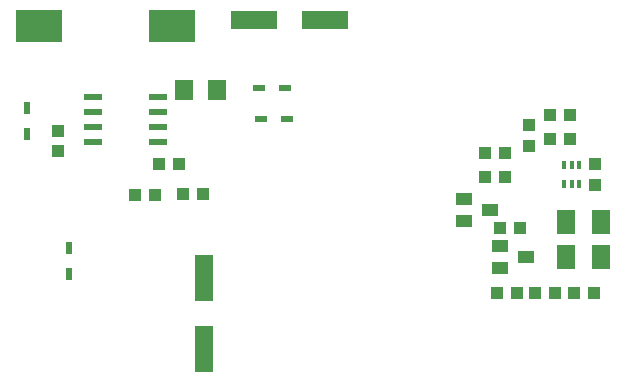
<source format=gtp>
G75*
%MOIN*%
%OFA0B0*%
%FSLAX25Y25*%
%IPPOS*%
%LPD*%
%AMOC8*
5,1,8,0,0,1.08239X$1,22.5*
%
%ADD10R,0.03937X0.04331*%
%ADD11R,0.06299X0.07098*%
%ADD12R,0.01575X0.03150*%
%ADD13R,0.05512X0.03937*%
%ADD14R,0.05906X0.07874*%
%ADD15R,0.04331X0.03937*%
%ADD16R,0.03937X0.02362*%
%ADD17R,0.02362X0.03937*%
%ADD18R,0.05906X0.02362*%
%ADD19R,0.15748X0.11024*%
%ADD20R,0.15748X0.06299*%
%ADD21R,0.06299X0.15748*%
D10*
X0112101Y0078612D03*
X0118794Y0078612D03*
X0128086Y0078652D03*
X0134779Y0078652D03*
X0126786Y0088848D03*
X0120094Y0088848D03*
X0086373Y0092963D03*
X0086373Y0099656D03*
X0228755Y0092392D03*
X0235448Y0092392D03*
X0243519Y0094951D03*
X0250408Y0097116D03*
X0243519Y0101644D03*
X0250408Y0105187D03*
X0257101Y0105187D03*
X0257101Y0097116D03*
X0235448Y0084321D03*
X0228755Y0084321D03*
X0233676Y0067589D03*
X0240369Y0067589D03*
X0239385Y0045935D03*
X0232692Y0045935D03*
X0245487Y0045935D03*
X0252180Y0045935D03*
X0258283Y0045935D03*
X0264975Y0045935D03*
D11*
X0139550Y0113415D03*
X0128353Y0113415D03*
D12*
X0255133Y0088455D03*
X0257692Y0088455D03*
X0260251Y0088455D03*
X0260251Y0082156D03*
X0257692Y0082156D03*
X0255133Y0082156D03*
D13*
X0230527Y0073494D03*
X0221865Y0069754D03*
X0221865Y0077234D03*
X0233676Y0061486D03*
X0242338Y0057746D03*
X0233676Y0054006D03*
D14*
X0255723Y0057746D03*
X0267534Y0057746D03*
X0267534Y0069557D03*
X0255723Y0069557D03*
D15*
X0265566Y0081959D03*
X0265566Y0088652D03*
D16*
X0162613Y0103809D03*
X0153952Y0103809D03*
X0153361Y0114045D03*
X0162023Y0114045D03*
D17*
X0089975Y0052037D03*
X0089975Y0060699D03*
X0076196Y0098691D03*
X0076196Y0107352D03*
D18*
X0098086Y0106112D03*
X0098086Y0101112D03*
X0098086Y0096112D03*
X0119739Y0096112D03*
X0119739Y0101112D03*
X0119739Y0106112D03*
X0119739Y0111112D03*
X0098086Y0111112D03*
D19*
X0079936Y0134911D03*
X0124424Y0134911D03*
D20*
X0151786Y0136880D03*
X0175408Y0136880D03*
D21*
X0135251Y0050659D03*
X0135251Y0027037D03*
M02*

</source>
